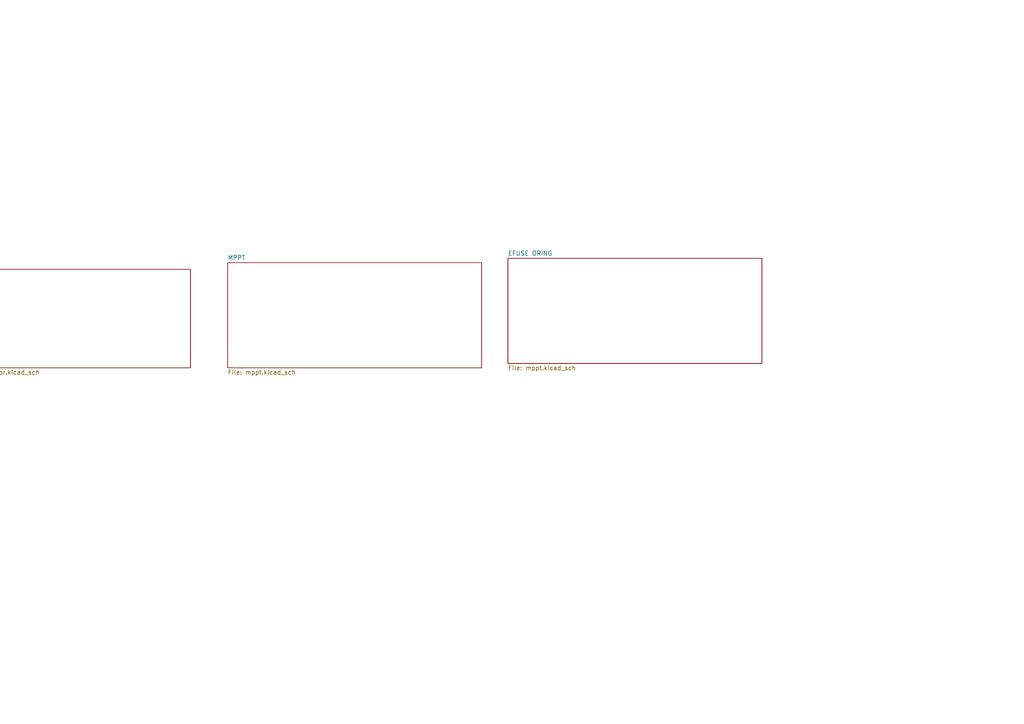
<source format=kicad_sch>
(kicad_sch
	(version 20231120)
	(generator "eeschema")
	(generator_version "8.0")
	(uuid "6ccb6545-040c-40d3-866a-ab4aa30db901")
	(paper "A4")
	(lib_symbols)
	(sheet
		(at 66.04 76.2)
		(size 73.66 30.48)
		(fields_autoplaced yes)
		(stroke
			(width 0.1524)
			(type solid)
		)
		(fill
			(color 0 0 0 0.0000)
		)
		(uuid "3b92c93b-7605-46d6-9928-7b161091704f")
		(property "Sheetname" "MPPT"
			(at 66.04 75.4884 0)
			(effects
				(font
					(size 1.27 1.27)
				)
				(justify left bottom)
			)
		)
		(property "Sheetfile" "mppt.kicad_sch"
			(at 66.04 107.2646 0)
			(effects
				(font
					(size 1.27 1.27)
				)
				(justify left top)
			)
		)
		(instances
			(project "power"
				(path "/ef47adc1-536f-4520-9ebd-fa1d01e89711/58fd429d-e8bc-4dae-9d70-752a4565c9e8/4ea2810e-4717-4e38-a293-78c5d721b886"
					(page "21")
				)
			)
		)
	)
	(sheet
		(at 147.32 74.93)
		(size 73.66 30.48)
		(fields_autoplaced yes)
		(stroke
			(width 0.1524)
			(type solid)
		)
		(fill
			(color 0 0 0 0.0000)
		)
		(uuid "6837e5b5-d444-43fa-a505-5428fe2a3f00")
		(property "Sheetname" "EFUSE ORING"
			(at 147.32 74.2184 0)
			(effects
				(font
					(size 1.27 1.27)
				)
				(justify left bottom)
			)
		)
		(property "Sheetfile" "mppt.kicad_sch"
			(at 147.32 105.9946 0)
			(effects
				(font
					(size 1.27 1.27)
				)
				(justify left top)
			)
		)
		(instances
			(project "power"
				(path "/ef47adc1-536f-4520-9ebd-fa1d01e89711/58fd429d-e8bc-4dae-9d70-752a4565c9e8/6cc64a2d-93ee-420a-962c-7def1761cc5b"
					(page "13")
				)
				(path "/ef47adc1-536f-4520-9ebd-fa1d01e89711/58fd429d-e8bc-4dae-9d70-752a4565c9e8/4ea2810e-4717-4e38-a293-78c5d721b886"
					(page "14")
				)
			)
		)
	)
	(sheet
		(at -10.795 78.105)
		(size 66.04 28.575)
		(fields_autoplaced yes)
		(stroke
			(width 0.1524)
			(type solid)
		)
		(fill
			(color 0 0 0 0.0000)
		)
		(uuid "a2bc830c-087c-4aeb-9032-e6842741e5e9")
		(property "Sheetname" "MONITOR"
			(at -10.795 77.3934 0)
			(effects
				(font
					(size 1.27 1.27)
				)
				(justify left bottom)
			)
		)
		(property "Sheetfile" "monitor.kicad_sch"
			(at -10.795 107.2646 0)
			(effects
				(font
					(size 1.27 1.27)
				)
				(justify left top)
			)
		)
		(instances
			(project "power"
				(path "/ef47adc1-536f-4520-9ebd-fa1d01e89711/58fd429d-e8bc-4dae-9d70-752a4565c9e8/4ea2810e-4717-4e38-a293-78c5d721b886"
					(page "25")
				)
			)
		)
	)
)

</source>
